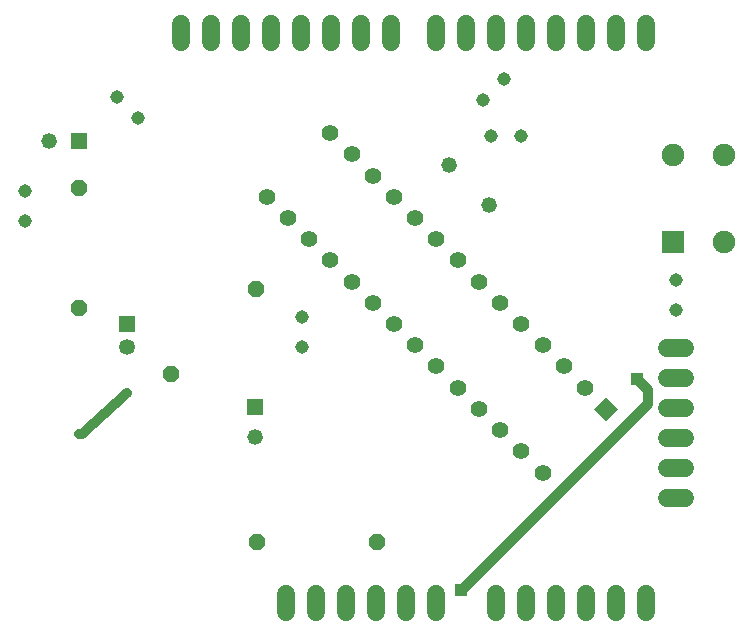
<source format=gbr>
G04 EAGLE Gerber X2 export*
%TF.Part,Single*%
%TF.FileFunction,Copper,L1,Top,Mixed*%
%TF.FilePolarity,Positive*%
%TF.GenerationSoftware,Autodesk,EAGLE,9.0.0*%
%TF.CreationDate,2018-06-20T12:24:51Z*%
G75*
%MOMM*%
%FSLAX34Y34*%
%LPD*%
%AMOC8*
5,1,8,0,0,1.08239X$1,22.5*%
G01*
%ADD10C,1.143000*%
%ADD11R,1.350000X1.350000*%
%ADD12C,1.350000*%
%ADD13R,1.320800X1.320800*%
%ADD14C,1.320800*%
%ADD15C,1.524000*%
%ADD16P,1.429621X8X22.500000*%
%ADD17P,1.429621X8X67.500000*%
%ADD18P,1.429621X8X112.500000*%
%ADD19R,1.408000X1.408000*%
%ADD20C,1.408000*%
%ADD21R,1.905000X1.905000*%
%ADD22C,1.905000*%
%ADD23C,0.756400*%
%ADD24C,0.812800*%
%ADD25R,1.006400X1.006400*%


D10*
X444251Y488445D03*
X426290Y470485D03*
X433657Y440321D03*
X459057Y440321D03*
X38463Y393591D03*
X38729Y368192D03*
X134336Y455045D03*
X116376Y473005D03*
D11*
X125384Y281192D03*
D12*
X125384Y261192D03*
D13*
X233400Y210347D03*
D14*
X233400Y184947D03*
D13*
X84505Y435645D03*
D14*
X59105Y435645D03*
D15*
X582686Y260825D02*
X597926Y260825D01*
X597926Y235425D02*
X582686Y235425D01*
X582686Y210025D02*
X597926Y210025D01*
X597926Y184625D02*
X582686Y184625D01*
X582686Y159225D02*
X597926Y159225D01*
X597926Y133825D02*
X582686Y133825D01*
X260106Y52545D02*
X260106Y37305D01*
X285506Y37305D02*
X285506Y52545D01*
X310906Y52545D02*
X310906Y37305D01*
X336306Y37305D02*
X336306Y52545D01*
X361706Y52545D02*
X361706Y37305D01*
X387106Y37305D02*
X387106Y52545D01*
X171206Y519905D02*
X171206Y535145D01*
X196606Y535145D02*
X196606Y519905D01*
X222006Y519905D02*
X222006Y535145D01*
X247406Y535145D02*
X247406Y519905D01*
X272806Y519905D02*
X272806Y535145D01*
X298206Y535145D02*
X298206Y519905D01*
X323606Y519905D02*
X323606Y535145D01*
X349006Y535145D02*
X349006Y519905D01*
X564906Y519905D02*
X564906Y535145D01*
X539506Y535145D02*
X539506Y519905D01*
X514106Y519905D02*
X514106Y535145D01*
X488706Y535145D02*
X488706Y519905D01*
X463306Y519905D02*
X463306Y535145D01*
X437906Y535145D02*
X437906Y519905D01*
X412506Y519905D02*
X412506Y535145D01*
X387106Y535145D02*
X387106Y519905D01*
X437906Y52545D02*
X437906Y37305D01*
X463306Y37305D02*
X463306Y52545D01*
X488706Y52545D02*
X488706Y37305D01*
X514106Y37305D02*
X514106Y52545D01*
X539506Y52545D02*
X539506Y37305D01*
X564906Y37305D02*
X564906Y52545D01*
D16*
X235106Y96095D03*
X336706Y96095D03*
D17*
X162543Y238565D03*
X234385Y310407D03*
D18*
X84511Y294164D03*
X84511Y395764D03*
D19*
G36*
X530790Y219078D02*
X540746Y209122D01*
X530790Y199166D01*
X520834Y209122D01*
X530790Y219078D01*
G37*
D20*
X512830Y227083D03*
X494869Y245043D03*
X476909Y263004D03*
X458948Y280964D03*
X440988Y298925D03*
X423027Y316885D03*
X405067Y334846D03*
X369146Y370767D03*
X351185Y388727D03*
X333225Y406688D03*
X315264Y424648D03*
X297304Y442609D03*
X243422Y388727D03*
X261383Y370767D03*
X387106Y352806D03*
X279343Y352806D03*
X297304Y334846D03*
X315264Y316885D03*
X333225Y298925D03*
X351185Y280964D03*
X369146Y263004D03*
X387106Y245043D03*
X405067Y227083D03*
X423027Y209122D03*
X440988Y191162D03*
X458948Y173201D03*
X476909Y155241D03*
D14*
X431438Y381553D03*
X397313Y415678D03*
D21*
X587653Y350329D03*
D22*
X630833Y350329D03*
X630833Y423989D03*
X587653Y423989D03*
D10*
X590242Y318146D03*
X590242Y292746D03*
X273260Y261951D03*
X273260Y287351D03*
D23*
X125384Y222356D03*
D24*
X86651Y187645D01*
X85884Y187805D01*
X84291Y188259D01*
D23*
X84291Y188259D03*
D25*
X408201Y55456D03*
D24*
X408607Y55456D01*
X566425Y213274D01*
X566425Y225049D01*
X556921Y234141D01*
D25*
X556921Y234141D03*
M02*

</source>
